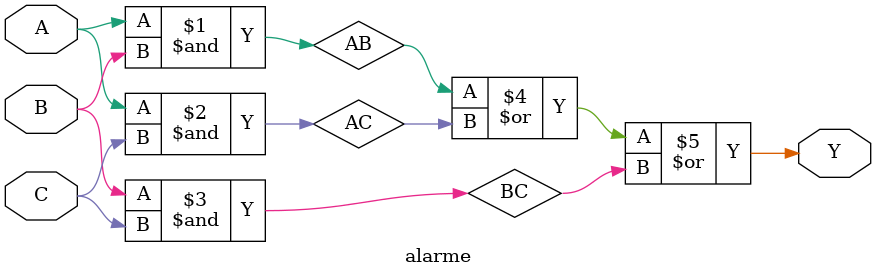
<source format=sv>

module alarme (
 input A,
 input B,
 input C,
 output Y
);
   wire AB, AC, BC;
  
   assign AB = A & B;
   assign AC = A & C;
   assign BC = B & C;
  
   assign Y = AB | AC | BC;
endmodule
</source>
